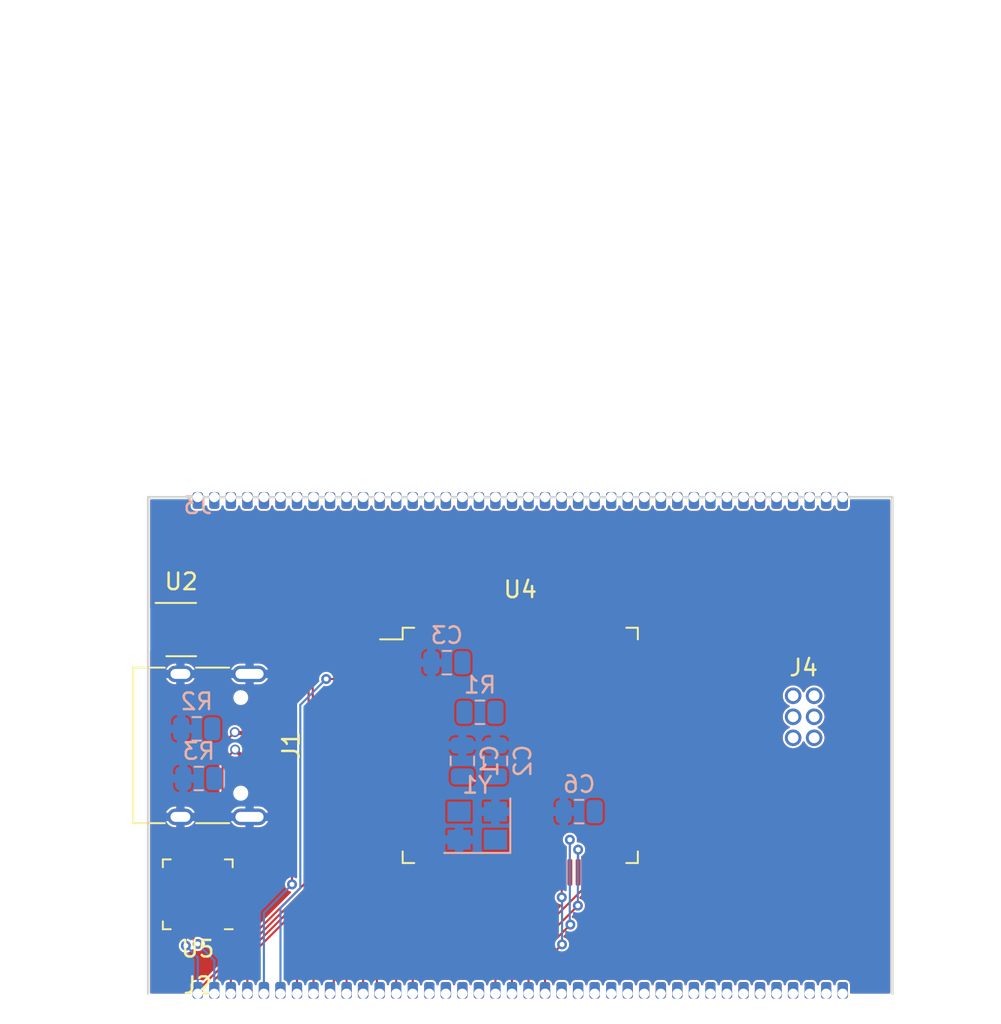
<source format=kicad_pcb>
(kicad_pcb (version 20200512) (host pcbnew "(5.99.0-1662-g9db296991)")
  (title_block (date "mar. 31 mars 2015"))
  (layers (0 "F.Cu" signal) (31 "B.Cu" signal) (34 "B.Paste" user) (35 "F.Paste" user) (36 "B.SilkS" user) (37 "F.SilkS" user) (38 "B.Mask" user) (39 "F.Mask" user) (44 "Edge.Cuts" user))
  (net 0 "")
  (net 1 "+5V")
  (net 2 "GNDREF")
  (net 3 "Net-(C1-Pad1)")
  (net 4 "Net-(C2-Pad1)")
  (net 5 "Net-(C3-Pad1)")
  (net 6 "Net-(C5-Pad1)")
  (net 7 "Net-(J1-PadA5)")
  (net 8 "Net-(J1-PadB5)")
  (net 9 "VBUS")
  (net 10 "Net-(U2-Pad4)")
  (net 11 "Net-(U2-Pad3)")
  (net 12 "Net-(U2-Pad2)")
  (net 13 "Net-(U4-Pad97)")
  (net 14 "Net-(U4-Pad96)")
  (net 15 "Net-(U4-Pad95)")
  (net 16 "Net-(U4-Pad94)")
  (net 17 "Net-(U4-Pad93)")
  (net 18 "Net-(U4-Pad92)")
  (net 19 "Net-(U4-Pad91)")
  (net 20 "Net-(U4-Pad90)")
  (net 21 "Net-(U4-Pad89)")
  (net 22 "Net-(U4-Pad88)")
  (net 23 "Net-(U4-Pad87)")
  (net 24 "Net-(U4-Pad86)")
  (net 25 "Net-(U4-Pad85)")
  (net 26 "Net-(U4-Pad84)")
  (net 27 "Net-(U4-Pad83)")
  (net 28 "Net-(U4-Pad82)")
  (net 29 "Net-(J1-PadB8)")
  (net 30 "Net-(J1-PadA8)")
  (net 31 "/D-")
  (net 32 "/D+")
  (net 33 "/RST")
  (net 34 "Net-(U5-Pad25)")
  (net 35 "Net-(U5-Pad24)")
  (net 36 "Net-(U5-Pad22)")
  (net 37 "Net-(U5-Pad19)")
  (net 38 "Net-(U5-Pad18)")
  (net 39 "Net-(U5-Pad17)")
  (net 40 "Net-(U5-Pad16)")
  (net 41 "Net-(U5-Pad15)")
  (net 42 "Net-(U5-Pad14)")
  (net 43 "Net-(U5-Pad13)")
  (net 44 "Net-(U5-Pad12)")
  (net 45 "Net-(U5-Pad11)")
  (net 46 "Net-(U5-Pad10)")
  (net 47 "Net-(U5-Pad9)")
  (net 48 "Net-(U5-Pad8)")
  (net 49 "Net-(U5-Pad7)")
  (net 50 "Net-(U5-Pad6)")
  (net 51 "Net-(U5-Pad5)")
  (net 52 "Net-(U5-Pad2)")
  (net 53 "Net-(U5-Pad1)")
  (net 54 "Net-(J3-Pad24)")
  (net 55 "Net-(J3-Pad23)")
  (net 56 "Net-(J3-Pad22)")
  (net 57 "Net-(J3-Pad21)")
  (net 58 "Net-(J3-Pad20)")
  (net 59 "Net-(J3-Pad19)")
  (net 60 "Net-(J3-Pad18)")
  (net 61 "Net-(J3-Pad17)")
  (net 62 "Net-(J3-Pad16)")
  (net 63 "Net-(J3-Pad15)")
  (net 64 "Net-(J4-Pad6)")
  (net 65 "Net-(J4-Pad5)")
  (net 66 "Net-(J4-Pad4)")
  (net 67 "Net-(J4-Pad3)")
  (net 68 "Net-(J4-Pad2)")
  (net 69 "Net-(J4-Pad1)")
  (net 70 "/D0")
  (net 71 "/D1")
  (net 72 "/D70")
  (net 73 "/D22")
  (net 74 "/D23")
  (net 75 "/D24")
  (net 76 "/D25")
  (net 77 "/D26")
  (net 78 "/D27")
  (net 79 "/D28")
  (net 80 "/D29")
  (net 81 "/D39")
  (net 82 "/D71")
  (net 83 "/D72")
  (net 84 "/D73")
  (net 85 "/D74")
  (net 86 "/D75")
  (net 87 "/D14")
  (net 88 "/D15")
  (net 89 "/D30")
  (net 90 "/D31")
  (net 91 "/D32")
  (net 92 "/D33")
  (net 93 "/D34")
  (net 94 "/D35")
  (net 95 "/D36")
  (net 96 "/D37")
  (net 97 "/D40")
  (net 98 "/D41")
  (net 99 "/D38")
  (net 100 "/D76")
  (net 101 "/D77")
  (net 102 "/D78")
  (net 103 "/D18")
  (net 104 "/D19")
  (net 105 "/D20")
  (net 106 "/D21")
  (net 107 "/D42")
  (net 108 "/D43")
  (net 109 "/D44")
  (net 110 "/D45")
  (net 111 "/D46")
  (net 112 "/D47")
  (net 113 "/D48")
  (net 114 "/D49")
  (net 115 "/D79")
  (net 116 "/D80")
  (net 117 "/D81")
  (net 118 "/D13")
  (net 119 "/D12")
  (net 120 "/D11")
  (net 121 "/D10")
  (net 122 "/D50")
  (net 123 "/D51")
  (net 124 "/D52")
  (net 125 "/D53")
  (net 126 "/D9")
  (net 127 "/D8")
  (net 128 "/D7")
  (net 129 "/D6")
  (net 130 "/D82")
  (net 131 "/D16")
  (net 132 "/D17")
  (net 133 "/D83")
  (net 134 "/D84")
  (net 135 "/D3")
  (net 136 "/D2")
  (net 137 "/D5")
  (net 138 "/D85")
  (net 139 "/D4")
  (module "Connector_USB:USB_C_Receptacle_HRO_TYPE-C-31-M-12" (layer "F.Cu") (at 15.54 27.53 -90)
    (fp_text reference "J1" (at 0 -5.645 -90) (layer "F.SilkS"))
    (fp_text value "USB_C_Receptacle_USB2.0")
    (pad "B1" smd rect (at 3.25 -4.045 270) (size 0.6 1.45) (layers "F.Cu" "F.Paste" "F.Mask") (net 2 "GNDREF"))
    (pad "A9" smd rect (at 2.45 -4.045 270) (size 0.6 1.45) (layers "F.Cu" "F.Paste" "F.Mask") (net 9 "VBUS"))
    (pad "B9" smd rect (at -2.45 -4.045 270) (size 0.6 1.45) (layers "F.Cu" "F.Paste" "F.Mask") (net 9 "VBUS"))
    (pad "B12" smd rect (at -3.25 -4.045 270) (size 0.6 1.45) (layers "F.Cu" "F.Paste" "F.Mask") (net 2 "GNDREF"))
    (pad "A1" smd rect (at -3.25 -4.045 270) (size 0.6 1.45) (layers "F.Cu" "F.Paste" "F.Mask") (net 2 "GNDREF"))
    (pad "A4" smd rect (at -2.45 -4.045 270) (size 0.6 1.45) (layers "F.Cu" "F.Paste" "F.Mask") (net 9 "VBUS"))
    (pad "B4" smd rect (at 2.45 -4.045 270) (size 0.6 1.45) (layers "F.Cu" "F.Paste" "F.Mask") (net 9 "VBUS"))
    (pad "A12" smd rect (at 3.25 -4.045 270) (size 0.6 1.45) (layers "F.Cu" "F.Paste" "F.Mask") (net 2 "GNDREF"))
    (pad "B8" smd rect (at -1.75 -4.045 270) (size 0.3 1.45) (layers "F.Cu" "F.Paste" "F.Mask") (net 29 "Net-(J1-PadB8)"))
    (pad "A5" smd rect (at -1.25 -4.045 270) (size 0.3 1.45) (layers "F.Cu" "F.Paste" "F.Mask") (net 7 "Net-(J1-PadA5)"))
    (pad "B7" smd rect (at -0.75 -4.045 270) (size 0.3 1.45) (layers "F.Cu" "F.Paste" "F.Mask") (net 31 "/D-"))
    (pad "A7" smd rect (at 0.25 -4.045 270) (size 0.3 1.45) (layers "F.Cu" "F.Paste" "F.Mask") (net 31 "/D-"))
    (pad "B6" smd rect (at 0.75 -4.045 270) (size 0.3 1.45) (layers "F.Cu" "F.Paste" "F.Mask") (net 32 "/D+"))
    (pad "A8" smd rect (at 1.25 -4.045 270) (size 0.3 1.45) (layers "F.Cu" "F.Paste" "F.Mask") (net 30 "Net-(J1-PadA8)"))
    (pad "B5" smd rect (at 1.75 -4.045 270) (size 0.3 1.45) (layers "F.Cu" "F.Paste" "F.Mask") (net 8 "Net-(J1-PadB5)"))
    (pad "A6" smd rect (at -0.25 -4.045 270) (size 0.3 1.45) (layers "F.Cu" "F.Paste" "F.Mask") (net 32 "/D+"))
    (pad "S1" thru_hole oval (at 4.32 -3.13 270) (size 1 2.1) (drill oval 0.6 1.7) (layers *.Cu *.Mask) (net 2 "GNDREF"))
    (pad "S1" thru_hole oval (at -4.32 -3.13 270) (size 1 2.1) (drill oval 0.6 1.7) (layers *.Cu *.Mask) (net 2 "GNDREF"))
    (pad "" np_thru_hole circle (at -2.89 -2.6 270) (size 0.65 0.65) (drill 0.65) (layers *.Cu *.Mask))
    (pad "S1" thru_hole oval (at -4.32 1.05 270) (size 1 1.6) (drill oval 0.6 1.2) (layers *.Cu *.Mask) (net 2 "GNDREF"))
    (pad "" np_thru_hole circle (at 2.89 -2.6 270) (size 0.65 0.65) (drill 0.65) (layers *.Cu *.Mask))
    (pad "S1" thru_hole oval (at 4.32 1.05 270) (size 1 1.6) (drill oval 0.6 1.2) (layers *.Cu *.Mask) (net 2 "GNDREF"))
  )
  (module "Castellations:1x40_1.0mm_Castellations" (layer "B.Cu") (at 15.54 12.53)
    (fp_text reference "J3" (at 0 0.5 unlocked) (layer "B.SilkS") (effects (justify mirror)))
    (fp_text value "Conn_02x20_Counter_Clockwise")
    (pad "40" thru_hole roundrect (at 39 0) (size 0.62 1) (drill 0.6 (offset 0 0.2)) (layers *.Cu *.Mask) (net 138 "/D85"))
    (pad "39" thru_hole roundrect (at 38 0) (size 0.62 1) (drill 0.6 (offset 0 0.2)) (layers *.Cu *.Mask) (net 134 "/D84"))
    (pad "38" thru_hole roundrect (at 37 0) (size 0.62 1) (drill 0.6 (offset 0 0.2)) (layers *.Cu *.Mask) (net 133 "/D83"))
    (pad "37" thru_hole roundrect (at 36 0) (size 0.62 1) (drill 0.6 (offset 0 0.2)) (layers *.Cu *.Mask) (net 130 "/D82"))
    (pad "36" thru_hole roundrect (at 35 0) (size 0.62 1) (drill 0.6 (offset 0 0.2)) (layers *.Cu *.Mask) (net 117 "/D81"))
    (pad "35" thru_hole roundrect (at 34 0) (size 0.62 1) (drill 0.6 (offset 0 0.2)) (layers *.Cu *.Mask) (net 116 "/D80"))
    (pad "34" thru_hole roundrect (at 33 0) (size 0.62 1) (drill 0.6 (offset 0 0.2)) (layers *.Cu *.Mask) (net 115 "/D79"))
    (pad "33" thru_hole roundrect (at 32 0) (size 0.62 1) (drill 0.6 (offset 0 0.2)) (layers *.Cu *.Mask) (net 102 "/D78"))
    (pad "32" thru_hole roundrect (at 31 0) (size 0.62 1) (drill 0.6 (offset 0 0.2)) (layers *.Cu *.Mask) (net 101 "/D77"))
    (pad "31" thru_hole roundrect (at 30 0) (size 0.62 1) (drill 0.6 (offset 0 0.2)) (layers *.Cu *.Mask) (net 100 "/D76"))
    (pad "30" thru_hole roundrect (at 29 0) (size 0.62 1) (drill 0.6 (offset 0 0.2)) (layers *.Cu *.Mask) (net 86 "/D75"))
    (pad "29" thru_hole roundrect (at 28 0) (size 0.62 1) (drill 0.6 (offset 0 0.2)) (layers *.Cu *.Mask) (net 85 "/D74"))
    (pad "28" thru_hole roundrect (at 27 0) (size 0.62 1) (drill 0.6 (offset 0 0.2)) (layers *.Cu *.Mask) (net 84 "/D73"))
    (pad "27" thru_hole roundrect (at 26 0) (size 0.62 1) (drill 0.6 (offset 0 0.2)) (layers *.Cu *.Mask) (net 83 "/D72"))
    (pad "26" thru_hole roundrect (at 25 0) (size 0.62 1) (drill 0.6 (offset 0 0.2)) (layers *.Cu *.Mask) (net 82 "/D71"))
    (pad "25" thru_hole roundrect (at 24 0) (size 0.62 1) (drill 0.6 (offset 0 0.2)) (layers *.Cu *.Mask) (net 72 "/D70"))
    (pad "24" thru_hole roundrect (at 23 0) (size 0.62 1) (drill 0.6 (offset 0 0.2)) (layers *.Cu *.Mask) (net 54 "Net-(J3-Pad24)"))
    (pad "23" thru_hole roundrect (at 22 0) (size 0.62 1) (drill 0.6 (offset 0 0.2)) (layers *.Cu *.Mask) (net 55 "Net-(J3-Pad23)"))
    (pad "22" thru_hole roundrect (at 21 0) (size 0.62 1) (drill 0.6 (offset 0 0.2)) (layers *.Cu *.Mask) (net 56 "Net-(J3-Pad22)"))
    (pad "21" thru_hole roundrect (at 20 0) (size 0.62 1) (drill 0.6 (offset 0 0.2)) (layers *.Cu *.Mask) (net 57 "Net-(J3-Pad21)"))
    (pad "20" thru_hole roundrect (at 19 0) (size 0.62 1) (drill 0.6 (offset 0 0.2)) (layers *.Cu *.Mask) (net 58 "Net-(J3-Pad20)"))
    (pad "19" thru_hole roundrect (at 18 0) (size 0.62 1) (drill 0.6 (offset 0 0.2)) (layers *.Cu *.Mask) (net 59 "Net-(J3-Pad19)"))
    (pad "18" thru_hole roundrect (at 17 0) (size 0.62 1) (drill 0.6 (offset 0 0.2)) (layers *.Cu *.Mask) (net 60 "Net-(J3-Pad18)"))
    (pad "17" thru_hole roundrect (at 16 0) (size 0.62 1) (drill 0.6 (offset 0 0.2)) (layers *.Cu *.Mask) (net 61 "Net-(J3-Pad17)"))
    (pad "16" thru_hole roundrect (at 15 0) (size 0.62 1) (drill 0.6 (offset 0 0.2)) (layers *.Cu *.Mask) (net 62 "Net-(J3-Pad16)"))
    (pad "15" thru_hole roundrect (at 14 0) (size 0.62 1) (drill 0.6 (offset 0 0.2)) (layers *.Cu *.Mask) (net 63 "Net-(J3-Pad15)"))
    (pad "14" thru_hole roundrect (at 13 0) (size 0.62 1) (drill 0.6 (offset 0 0.2)) (layers *.Cu *.Mask) (net 125 "/D53"))
    (pad "13" thru_hole roundrect (at 12 0) (size 0.62 1) (drill 0.6 (offset 0 0.2)) (layers *.Cu *.Mask) (net 124 "/D52"))
    (pad "12" thru_hole roundrect (at 11 0) (size 0.62 1) (drill 0.6 (offset 0 0.2)) (layers *.Cu *.Mask) (net 123 "/D51"))
    (pad "11" thru_hole roundrect (at 10 0) (size 0.62 1) (drill 0.6 (offset 0 0.2)) (layers *.Cu *.Mask) (net 122 "/D50"))
    (pad "10" thru_hole roundrect (at 9 0) (size 0.62 1) (drill 0.6 (offset 0 0.2)) (layers *.Cu *.Mask) (net 114 "/D49"))
    (pad "9" thru_hole roundrect (at 8 0) (size 0.62 1) (drill 0.6 (offset 0 0.2)) (layers *.Cu *.Mask) (net 113 "/D48"))
    (pad "8" thru_hole roundrect (at 7 0) (size 0.62 1) (drill 0.6 (offset 0 0.2)) (layers *.Cu *.Mask) (net 112 "/D47"))
    (pad "7" thru_hole roundrect (at 6 0) (size 0.62 1) (drill 0.6 (offset 0 0.2)) (layers *.Cu *.Mask) (net 111 "/D46"))
    (pad "6" thru_hole roundrect (at 5 0) (size 0.62 1) (drill 0.6 (offset 0 0.2)) (layers *.Cu *.Mask) (net 110 "/D45"))
    (pad "5" thru_hole roundrect (at 4 0) (size 0.62 1) (drill 0.6 (offset 0 0.2)) (layers *.Cu *.Mask) (net 109 "/D44"))
    (pad "4" thru_hole roundrect (at 3 0) (size 0.62 1) (drill 0.6 (offset 0 0.2)) (layers *.Cu *.Mask) (net 108 "/D43"))
    (pad "3" thru_hole roundrect (at 2 0) (size 0.62 1) (drill 0.6 (offset 0 0.2)) (layers *.Cu *.Mask) (net 107 "/D42"))
    (pad "2" thru_hole roundrect (at 1 0) (size 0.62 1) (drill 0.6 (offset 0 0.2)) (layers *.Cu *.Mask) (net 98 "/D41"))
    (pad "1" thru_hole roundrect (at 0 0) (size 0.62 1) (drill 0.6 (offset 0 0.2)) (layers *.Cu *.Mask) (net 97 "/D40"))
  )
  (module "Castellations:1x40_1.0mm_Castellations" (layer "F.Cu") (at 15.54 42.53)
    (fp_text reference "J2" (at 0 -0.5 unlocked) (layer "F.SilkS"))
    (fp_text value "Conn_02x20_Counter_Clockwise")
    (pad "40" thru_hole roundrect (at 39 0) (size 0.62 1) (drill 0.6 (offset 0 -0.2)) (layers *.Cu *.Mask) (net 81 "/D39"))
    (pad "39" thru_hole roundrect (at 38 0) (size 0.62 1) (drill 0.6 (offset 0 -0.2)) (layers *.Cu *.Mask) (net 99 "/D38"))
    (pad "38" thru_hole roundrect (at 37 0) (size 0.62 1) (drill 0.6 (offset 0 -0.2)) (layers *.Cu *.Mask) (net 96 "/D37"))
    (pad "37" thru_hole roundrect (at 36 0) (size 0.62 1) (drill 0.6 (offset 0 -0.2)) (layers *.Cu *.Mask) (net 95 "/D36"))
    (pad "36" thru_hole roundrect (at 35 0) (size 0.62 1) (drill 0.6 (offset 0 -0.2)) (layers *.Cu *.Mask) (net 94 "/D35"))
    (pad "35" thru_hole roundrect (at 34 0) (size 0.62 1) (drill 0.6 (offset 0 -0.2)) (layers *.Cu *.Mask) (net 93 "/D34"))
    (pad "34" thru_hole roundrect (at 33 0) (size 0.62 1) (drill 0.6 (offset 0 -0.2)) (layers *.Cu *.Mask) (net 92 "/D33"))
    (pad "33" thru_hole roundrect (at 32 0) (size 0.62 1) (drill 0.6 (offset 0 -0.2)) (layers *.Cu *.Mask) (net 91 "/D32"))
    (pad "32" thru_hole roundrect (at 31 0) (size 0.62 1) (drill 0.6 (offset 0 -0.2)) (layers *.Cu *.Mask) (net 90 "/D31"))
    (pad "31" thru_hole roundrect (at 30 0) (size 0.62 1) (drill 0.6 (offset 0 -0.2)) (layers *.Cu *.Mask) (net 89 "/D30"))
    (pad "30" thru_hole roundrect (at 29 0) (size 0.62 1) (drill 0.6 (offset 0 -0.2)) (layers *.Cu *.Mask) (net 80 "/D29"))
    (pad "29" thru_hole roundrect (at 28 0) (size 0.62 1) (drill 0.6 (offset 0 -0.2)) (layers *.Cu *.Mask) (net 79 "/D28"))
    (pad "28" thru_hole roundrect (at 27 0) (size 0.62 1) (drill 0.6 (offset 0 -0.2)) (layers *.Cu *.Mask) (net 78 "/D27"))
    (pad "27" thru_hole roundrect (at 26 0) (size 0.62 1) (drill 0.6 (offset 0 -0.2)) (layers *.Cu *.Mask) (net 77 "/D26"))
    (pad "26" thru_hole roundrect (at 25 0) (size 0.62 1) (drill 0.6 (offset 0 -0.2)) (layers *.Cu *.Mask) (net 76 "/D25"))
    (pad "25" thru_hole roundrect (at 24 0) (size 0.62 1) (drill 0.6 (offset 0 -0.2)) (layers *.Cu *.Mask) (net 75 "/D24"))
    (pad "24" thru_hole roundrect (at 23 0) (size 0.62 1) (drill 0.6 (offset 0 -0.2)) (layers *.Cu *.Mask) (net 74 "/D23"))
    (pad "23" thru_hole roundrect (at 22 0) (size 0.62 1) (drill 0.6 (offset 0 -0.2)) (layers *.Cu *.Mask) (net 73 "/D22"))
    (pad "22" thru_hole roundrect (at 21 0) (size 0.62 1) (drill 0.6 (offset 0 -0.2)) (layers *.Cu *.Mask) (net 106 "/D21"))
    (pad "21" thru_hole roundrect (at 20 0) (size 0.62 1) (drill 0.6 (offset 0 -0.2)) (layers *.Cu *.Mask) (net 105 "/D20"))
    (pad "20" thru_hole roundrect (at 19 0) (size 0.62 1) (drill 0.6 (offset 0 -0.2)) (layers *.Cu *.Mask) (net 104 "/D19"))
    (pad "19" thru_hole roundrect (at 18 0) (size 0.62 1) (drill 0.6 (offset 0 -0.2)) (layers *.Cu *.Mask) (net 103 "/D18"))
    (pad "18" thru_hole roundrect (at 17 0) (size 0.62 1) (drill 0.6 (offset 0 -0.2)) (layers *.Cu *.Mask) (net 132 "/D17"))
    (pad "17" thru_hole roundrect (at 16 0) (size 0.62 1) (drill 0.6 (offset 0 -0.2)) (layers *.Cu *.Mask) (net 131 "/D16"))
    (pad "16" thru_hole roundrect (at 15 0) (size 0.62 1) (drill 0.6 (offset 0 -0.2)) (layers *.Cu *.Mask) (net 88 "/D15"))
    (pad "15" thru_hole roundrect (at 14 0) (size 0.62 1) (drill 0.6 (offset 0 -0.2)) (layers *.Cu *.Mask) (net 87 "/D14"))
    (pad "14" thru_hole roundrect (at 13 0) (size 0.62 1) (drill 0.6 (offset 0 -0.2)) (layers *.Cu *.Mask) (net 118 "/D13"))
    (pad "13" thru_hole roundrect (at 12 0) (size 0.62 1) (drill 0.6 (offset 0 -0.2)) (layers *.Cu *.Mask) (net 119 "/D12"))
    (pad "12" thru_hole roundrect (at 11 0) (size 0.62 1) (drill 0.6 (offset 0 -0.2)) (layers *.Cu *.Mask) (net 120 "/D11"))
    (pad "11" thru_hole roundrect (at 10 0) (size 0.62 1) (drill 0.6 (offset 0 -0.2)) (layers *.Cu *.Mask) (net 121 "/D10"))
    (pad "10" thru_hole roundrect (at 9 0) (size 0.62 1) (drill 0.6 (offset 0 -0.2)) (layers *.Cu *.Mask) (net 126 "/D9"))
    (pad "9" thru_hole roundrect (at 8 0) (size 0.62 1) (drill 0.6 (offset 0 -0.2)) (layers *.Cu *.Mask) (net 127 "/D8"))
    (pad "8" thru_hole roundrect (at 7 0) (size 0.62 1) (drill 0.6 (offset 0 -0.2)) (layers *.Cu *.Mask) (net 128 "/D7"))
    (pad "7" thru_hole roundrect (at 6 0) (size 0.62 1) (drill 0.6 (offset 0 -0.2)) (layers *.Cu *.Mask) (net 129 "/D6"))
    (pad "6" thru_hole roundrect (at 5 0) (size 0.62 1) (drill 0.6 (offset 0 -0.2)) (layers *.Cu *.Mask) (net 137 "/D5"))
    (pad "5" thru_hole roundrect (at 4 0) (size 0.62 1) (drill 0.6 (offset 0 -0.2)) (layers *.Cu *.Mask) (net 139 "/D4"))
    (pad "4" thru_hole roundrect (at 3 0) (size 0.62 1) (drill 0.6 (offset 0 -0.2)) (layers *.Cu *.Mask) (net 135 "/D3"))
    (pad "3" thru_hole roundrect (at 2 0) (size 0.62 1) (drill 0.6 (offset 0 -0.2)) (layers *.Cu *.Mask) (net 136 "/D2"))
    (pad "2" thru_hole roundrect (at 1 0) (size 0.62 1) (drill 0.6 (offset 0 -0.2)) (layers *.Cu *.Mask) (net 71 "/D1"))
    (pad "1" thru_hole roundrect (at 0 0) (size 0.62 1) (drill 0.6 (offset 0 -0.2)) (layers *.Cu *.Mask) (net 70 "/D0"))
  )
  (module "Custom_Vertical_2x_1.27mm_Pin_Header:PinHeader_2x03_P1.27mm_Vertical" (layer "F.Cu") (at 51.54 24.53)
    (fp_text reference "J4" (at 0.635 -1.695) (layer "F.SilkS"))
    (fp_text value "Conn_02x03_Counter_Clockwise")
    (pad "6" thru_hole oval (at 1.27 2.54) (size 1 1) (drill 0.65) (layers *.Cu *.Mask) (net 64 "Net-(J4-Pad6)"))
    (pad "5" thru_hole oval (at 0 2.54) (size 1 1) (drill 0.65) (layers *.Cu *.Mask) (net 65 "Net-(J4-Pad5)"))
    (pad "4" thru_hole oval (at 1.27 1.27) (size 1 1) (drill 0.65) (layers *.Cu *.Mask) (net 66 "Net-(J4-Pad4)"))
    (pad "3" thru_hole oval (at 0 1.27) (size 1 1) (drill 0.65) (layers *.Cu *.Mask) (net 67 "Net-(J4-Pad3)"))
    (pad "2" thru_hole oval (at 1.27 0) (size 1 1) (drill 0.65) (layers *.Cu *.Mask) (net 68 "Net-(J4-Pad2)"))
    (pad "1" thru_hole oval (at 0 0) (size 1 1) (drill 0.65) (layers *.Cu *.Mask) (net 69 "Net-(J4-Pad1)"))
  )
  (module "Package_QFP:LQFP-100_14x14mm_P0.5mm" (layer "F.Cu") (at 35.04 27.53)
    (fp_text reference "U4" (at 0 -9.42) (layer "F.SilkS"))
    (fp_text value "AtMega2560")
    (pad "100" smd roundrect (at -6 -7.675) (size 0.3 1.6) (layers "F.Cu" "F.Paste" "F.Mask") (net 1 "+5V"))
    (pad "99" smd roundrect (at -5.5 -7.675) (size 0.3 1.6) (layers "F.Cu" "F.Paste" "F.Mask") (net 2 "GNDREF"))
    (pad "98" smd roundrect (at -5 -7.675) (size 0.3 1.6) (layers "F.Cu" "F.Paste" "F.Mask") (net 5 "Net-(C3-Pad1)"))
    (pad "97" smd roundrect (at -4.5 -7.675) (size 0.3 1.6) (layers "F.Cu" "F.Paste" "F.Mask") (net 13 "Net-(U4-Pad97)"))
    (pad "96" smd roundrect (at -4 -7.675) (size 0.3 1.6) (layers "F.Cu" "F.Paste" "F.Mask") (net 14 "Net-(U4-Pad96)"))
    (pad "95" smd roundrect (at -3.5 -7.675) (size 0.3 1.6) (layers "F.Cu" "F.Paste" "F.Mask") (net 15 "Net-(U4-Pad95)"))
    (pad "94" smd roundrect (at -3 -7.675) (size 0.3 1.6) (layers "F.Cu" "F.Paste" "F.Mask") (net 16 "Net-(U4-Pad94)"))
    (pad "93" smd roundrect (at -2.5 -7.675) (size 0.3 1.6) (layers "F.Cu" "F.Paste" "F.Mask") (net 17 "Net-(U4-Pad93)"))
    (pad "92" smd roundrect (at -2 -7.675) (size 0.3 1.6) (layers "F.Cu" "F.Paste" "F.Mask") (net 18 "Net-(U4-Pad92)"))
    (pad "91" smd roundrect (at -1.5 -7.675) (size 0.3 1.6) (layers "F.Cu" "F.Paste" "F.Mask") (net 19 "Net-(U4-Pad91)"))
    (pad "90" smd roundrect (at -1 -7.675) (size 0.3 1.6) (layers "F.Cu" "F.Paste" "F.Mask") (net 20 "Net-(U4-Pad90)"))
    (pad "89" smd roundrect (at -0.5 -7.675) (size 0.3 1.6) (layers "F.Cu" "F.Paste" "F.Mask") (net 21 "Net-(U4-Pad89)"))
    (pad "88" smd roundrect (at 0 -7.675) (size 0.3 1.6) (layers "F.Cu" "F.Paste" "F.Mask") (net 22 "Net-(U4-Pad88)"))
    (pad "87" smd roundrect (at 0.5 -7.675) (size 0.3 1.6) (layers "F.Cu" "F.Paste" "F.Mask") (net 23 "Net-(U4-Pad87)"))
    (pad "86" smd roundrect (at 1 -7.675) (size 0.3 1.6) (layers "F.Cu" "F.Paste" "F.Mask") (net 24 "Net-(U4-Pad86)"))
    (pad "85" smd roundrect (at 1.5 -7.675) (size 0.3 1.6) (layers "F.Cu" "F.Paste" "F.Mask") (net 25 "Net-(U4-Pad85)"))
    (pad "84" smd roundrect (at 2 -7.675) (size 0.3 1.6) (layers "F.Cu" "F.Paste" "F.Mask") (net 26 "Net-(U4-Pad84)"))
    (pad "83" smd roundrect (at 2.5 -7.675) (size 0.3 1.6) (layers "F.Cu" "F.Paste" "F.Mask") (net 27 "Net-(U4-Pad83)"))
    (pad "82" smd roundrect (at 3 -7.675) (size 0.3 1.6) (layers "F.Cu" "F.Paste" "F.Mask") (net 28 "Net-(U4-Pad82)"))
    (pad "81" smd roundrect (at 3.5 -7.675) (size 0.3 1.6) (layers "F.Cu" "F.Paste" "F.Mask") (net 2 "GNDREF"))
    (pad "80" smd roundrect (at 4 -7.675) (size 0.3 1.6) (layers "F.Cu" "F.Paste" "F.Mask") (net 1 "+5V"))
    (pad "79" smd roundrect (at 4.5 -7.675) (size 0.3 1.6) (layers "F.Cu" "F.Paste" "F.Mask") (net 72 "/D70"))
    (pad "78" smd roundrect (at 5 -7.675) (size 0.3 1.6) (layers "F.Cu" "F.Paste" "F.Mask") (net 73 "/D22"))
    (pad "77" smd roundrect (at 5.5 -7.675) (size 0.3 1.6) (layers "F.Cu" "F.Paste" "F.Mask") (net 74 "/D23"))
    (pad "76" smd roundrect (at 6 -7.675) (size 0.3 1.6) (layers "F.Cu" "F.Paste" "F.Mask") (net 75 "/D24"))
    (pad "75" smd roundrect (at 7.675 -6) (size 1.6 0.3) (layers "F.Cu" "F.Paste" "F.Mask") (net 76 "/D25"))
    (pad "74" smd roundrect (at 7.675 -5.5) (size 1.6 0.3) (layers "F.Cu" "F.Paste" "F.Mask") (net 77 "/D26"))
    (pad "73" smd roundrect (at 7.675 -5) (size 1.6 0.3) (layers "F.Cu" "F.Paste" "F.Mask") (net 78 "/D27"))
    (pad "72" smd roundrect (at 7.675 -4.5) (size 1.6 0.3) (layers "F.Cu" "F.Paste" "F.Mask") (net 79 "/D28"))
    (pad "71" smd roundrect (at 7.675 -4) (size 1.6 0.3) (layers "F.Cu" "F.Paste" "F.Mask") (net 80 "/D29"))
    (pad "70" smd roundrect (at 7.675 -3.5) (size 1.6 0.3) (layers "F.Cu" "F.Paste" "F.Mask") (net 81 "/D39"))
    (pad "69" smd roundrect (at 7.675 -3) (size 1.6 0.3) (layers "F.Cu" "F.Paste" "F.Mask") (net 82 "/D71"))
    (pad "68" smd roundrect (at 7.675 -2.5) (size 1.6 0.3) (layers "F.Cu" "F.Paste" "F.Mask") (net 83 "/D72"))
    (pad "67" smd roundrect (at 7.675 -2) (size 1.6 0.3) (layers "F.Cu" "F.Paste" "F.Mask") (net 84 "/D73"))
    (pad "66" smd roundrect (at 7.675 -1.5) (size 1.6 0.3) (layers "F.Cu" "F.Paste" "F.Mask") (net 85 "/D74"))
    (pad "65" smd roundrect (at 7.675 -1) (size 1.6 0.3) (layers "F.Cu" "F.Paste" "F.Mask") (net 86 "/D75"))
    (pad "64" smd roundrect (at 7.675 -0.5) (size 1.6 0.3) (layers "F.Cu" "F.Paste" "F.Mask") (net 87 "/D14"))
    (pad "63" smd roundrect (at 7.675 0) (size 1.6 0.3) (layers "F.Cu" "F.Paste" "F.Mask") (net 88 "/D15"))
    (pad "62" smd roundrect (at 7.675 0.5) (size 1.6 0.3) (layers "F.Cu" "F.Paste" "F.Mask") (net 2 "GNDREF"))
    (pad "61" smd roundrect (at 7.675 1) (size 1.6 0.3) (layers "F.Cu" "F.Paste" "F.Mask") (net 1 "+5V"))
    (pad "60" smd roundrect (at 7.675 1.5) (size 1.6 0.3) (layers "F.Cu" "F.Paste" "F.Mask") (net 89 "/D30"))
    (pad "59" smd roundrect (at 7.675 2) (size 1.6 0.3) (layers "F.Cu" "F.Paste" "F.Mask") (net 90 "/D31"))
    (pad "58" smd roundrect (at 7.675 2.5) (size 1.6 0.3) (layers "F.Cu" "F.Paste" "F.Mask") (net 91 "/D32"))
    (pad "57" smd roundrect (at 7.675 3) (size 1.6 0.3) (layers "F.Cu" "F.Paste" "F.Mask") (net 92 "/D33"))
    (pad "56" smd roundrect (at 7.675 3.5) (size 1.6 0.3) (layers "F.Cu" "F.Paste" "F.Mask") (net 93 "/D34"))
    (pad "55" smd roundrect (at 7.675 4) (size 1.6 0.3) (layers "F.Cu" "F.Paste" "F.Mask") (net 94 "/D35"))
    (pad "54" smd roundrect (at 7.675 4.5) (size 1.6 0.3) (layers "F.Cu" "F.Paste" "F.Mask") (net 95 "/D36"))
    (pad "53" smd roundrect (at 7.675 5) (size 1.6 0.3) (layers "F.Cu" "F.Paste" "F.Mask") (net 96 "/D37"))
    (pad "52" smd roundrect (at 7.675 5.5) (size 1.6 0.3) (layers "F.Cu" "F.Paste" "F.Mask") (net 97 "/D40"))
    (pad "51" smd roundrect (at 7.675 6) (size 1.6 0.3) (layers "F.Cu" "F.Paste" "F.Mask") (net 98 "/D41"))
    (pad "50" smd roundrect (at 6 7.675) (size 0.3 1.6) (layers "F.Cu" "F.Paste" "F.Mask") (net 99 "/D38"))
    (pad "49" smd roundrect (at 5.5 7.675) (size 0.3 1.6) (layers "F.Cu" "F.Paste" "F.Mask") (net 100 "/D76"))
    (pad "48" smd roundrect (at 5 7.675) (size 0.3 1.6) (layers "F.Cu" "F.Paste" "F.Mask") (net 101 "/D77"))
    (pad "47" smd roundrect (at 4.5 7.675) (size 0.3 1.6) (layers "F.Cu" "F.Paste" "F.Mask") (net 102 "/D78"))
    (pad "46" smd roundrect (at 4 7.675) (size 0.3 1.6) (layers "F.Cu" "F.Paste" "F.Mask") (net 103 "/D18"))
    (pad "45" smd roundrect (at 3.5 7.675) (size 0.3 1.6) (layers "F.Cu" "F.Paste" "F.Mask") (net 104 "/D19"))
    (pad "44" smd roundrect (at 3 7.675) (size 0.3 1.6) (layers "F.Cu" "F.Paste" "F.Mask") (net 105 "/D20"))
    (pad "43" smd roundrect (at 2.5 7.675) (size 0.3 1.6) (layers "F.Cu" "F.Paste" "F.Mask") (net 106 "/D21"))
    (pad "42" smd roundrect (at 2 7.675) (size 0.3 1.6) (layers "F.Cu" "F.Paste" "F.Mask") (net 107 "/D42"))
    (pad "41" smd roundrect (at 1.5 7.675) (size 0.3 1.6) (layers "F.Cu" "F.Paste" "F.Mask") (net 108 "/D43"))
    (pad "40" smd roundrect (at 1 7.675) (size 0.3 1.6) (layers "F.Cu" "F.Paste" "F.Mask") (net 109 "/D44"))
    (pad "39" smd roundrect (at 0.5 7.675) (size 0.3 1.6) (layers "F.Cu" "F.Paste" "F.Mask") (net 110 "/D45"))
    (pad "38" smd roundrect (at 0 7.675) (size 0.3 1.6) (layers "F.Cu" "F.Paste" "F.Mask") (net 111 "/D46"))
    (pad "37" smd roundrect (at -0.5 7.675) (size 0.3 1.6) (layers "F.Cu" "F.Paste" "F.Mask") (net 112 "/D47"))
    (pad "36" smd roundrect (at -1 7.675) (size 0.3 1.6) (layers "F.Cu" "F.Paste" "F.Mask") (net 113 "/D48"))
    (pad "35" smd roundrect (at -1.5 7.675) (size 0.3 1.6) (layers "F.Cu" "F.Paste" "F.Mask") (net 114 "/D49"))
    (pad "34" smd roundrect (at -2 7.675) (size 0.3 1.6) (layers "F.Cu" "F.Paste" "F.Mask") (net 3 "Net-(C1-Pad1)"))
    (pad "33" smd roundrect (at -2.5 7.675) (size 0.3 1.6) (layers "F.Cu" "F.Paste" "F.Mask") (net 4 "Net-(C2-Pad1)"))
    (pad "32" smd roundrect (at -3 7.675) (size 0.3 1.6) (layers "F.Cu" "F.Paste" "F.Mask") (net 2 "GNDREF"))
    (pad "31" smd roundrect (at -3.5 7.675) (size 0.3 1.6) (layers "F.Cu" "F.Paste" "F.Mask") (net 1 "+5V"))
    (pad "30" smd roundrect (at -4 7.675) (size 0.3 1.6) (layers "F.Cu" "F.Paste" "F.Mask") (net 33 "/RST"))
    (pad "29" smd roundrect (at -4.5 7.675) (size 0.3 1.6) (layers "F.Cu" "F.Paste" "F.Mask") (net 115 "/D79"))
    (pad "28" smd roundrect (at -5 7.675) (size 0.3 1.6) (layers "F.Cu" "F.Paste" "F.Mask") (net 116 "/D80"))
    (pad "27" smd roundrect (at -5.5 7.675) (size 0.3 1.6) (layers "F.Cu" "F.Paste" "F.Mask") (net 117 "/D81"))
    (pad "26" smd roundrect (at -6 7.675) (size 0.3 1.6) (layers "F.Cu" "F.Paste" "F.Mask") (net 118 "/D13"))
    (pad "25" smd roundrect (at -7.675 6) (size 1.6 0.3) (layers "F.Cu" "F.Paste" "F.Mask") (net 119 "/D12"))
    (pad "24" smd roundrect (at -7.675 5.5) (size 1.6 0.3) (layers "F.Cu" "F.Paste" "F.Mask") (net 120 "/D11"))
    (pad "23" smd roundrect (at -7.675 5) (size 1.6 0.3) (layers "F.Cu" "F.Paste" "F.Mask") (net 121 "/D10"))
    (pad "22" smd roundrect (at -7.675 4.5) (size 1.6 0.3) (layers "F.Cu" "F.Paste" "F.Mask") (net 122 "/D50"))
    (pad "21" smd roundrect (at -7.675 4) (size 1.6 0.3) (layers "F.Cu" "F.Paste" "F.Mask") (net 123 "/D51"))
    (pad "20" smd roundrect (at -7.675 3.5) (size 1.6 0.3) (layers "F.Cu" "F.Paste" "F.Mask") (net 124 "/D52"))
    (pad "19" smd roundrect (at -7.675 3) (size 1.6 0.3) (layers "F.Cu" "F.Paste" "F.Mask") (net 125 "/D53"))
    (pad "18" smd roundrect (at -7.675 2.5) (size 1.6 0.3) (layers "F.Cu" "F.Paste" "F.Mask") (net 126 "/D9"))
    (pad "17" smd roundrect (at -7.675 2) (size 1.6 0.3) (layers "F.Cu" "F.Paste" "F.Mask") (net 127 "/D8"))
    (pad "16" smd roundrect (at -7.675 1.5) (size 1.6 0.3) (layers "F.Cu" "F.Paste" "F.Mask") (net 128 "/D7"))
    (pad "15" smd roundrect (at -7.675 1) (size 1.6 0.3) (layers "F.Cu" "F.Paste" "F.Mask") (net 129 "/D6"))
    (pad "14" smd roundrect (at -7.675 0.5) (size 1.6 0.3) (layers "F.Cu" "F.Paste" "F.Mask") (net 130 "/D82"))
    (pad "13" smd roundrect (at -7.675 0) (size 1.6 0.3) (layers "F.Cu" "F.Paste" "F.Mask") (net 131 "/D16"))
    (pad "12" smd roundrect (at -7.675 -0.5) (size 1.6 0.3) (layers "F.Cu" "F.Paste" "F.Mask") (net 132 "/D17"))
    (pad "11" smd roundrect (at -7.675 -1) (size 1.6 0.3) (layers "F.Cu" "F.Paste" "F.Mask") (net 2 "GNDREF"))
    (pad "10" smd roundrect (at -7.675 -1.5) (size 1.6 0.3) (layers "F.Cu" "F.Paste" "F.Mask") (net 1 "+5V"))
    (pad "9" smd roundrect (at -7.675 -2) (size 1.6 0.3) (layers "F.Cu" "F.Paste" "F.Mask") (net 133 "/D83"))
    (pad "8" smd roundrect (at -7.675 -2.5) (size 1.6 0.3) (layers "F.Cu" "F.Paste" "F.Mask") (net 134 "/D84"))
    (pad "7" smd roundrect (at -7.675 -3) (size 1.6 0.3) (layers "F.Cu" "F.Paste" "F.Mask") (net 135 "/D3"))
    (pad "6" smd roundrect (at -7.675 -3.5) (size 1.6 0.3) (layers "F.Cu" "F.Paste" "F.Mask") (net 136 "/D2"))
    (pad "5" smd roundrect (at -7.675 -4) (size 1.6 0.3) (layers "F.Cu" "F.Paste" "F.Mask") (net 137 "/D5"))
    (pad "4" smd roundrect (at -7.675 -4.5) (size 1.6 0.3) (layers "F.Cu" "F.Paste" "F.Mask") (net 138 "/D85"))
    (pad "3" smd roundrect (at -7.675 -5) (size 1.6 0.3) (layers "F.Cu" "F.Paste" "F.Mask") (net 71 "/D1"))
    (pad "2" smd roundrect (at -7.675 -5.5) (size 1.6 0.3) (layers "F.Cu" "F.Paste" "F.Mask") (net 70 "/D0"))
    (pad "1" smd roundrect (at -7.675 -6) (size 1.6 0.3) (layers "F.Cu" "F.Paste" "F.Mask") (net 139 "/D4"))
  )
  (module "Crystal:Crystal_SMD_3225-4Pin_3.2x2.5mm" (layer "B.Cu") (at 32.44 32.38 180)
    (fp_text reference "Y1" (at 0 2.45) (layer "B.SilkS") (effects (justify mirror)))
    (fp_text value "16MHz")
    (pad "4" smd rect (at -1.1 0.85 180) (size 1.4 1.2) (layers "B.Cu" "B.Paste" "B.Mask") (net 2 "GNDREF"))
    (pad "3" smd rect (at 1.1 0.85 180) (size 1.4 1.2) (layers "B.Cu" "B.Paste" "B.Mask") (net 3 "Net-(C1-Pad1)"))
    (pad "2" smd rect (at 1.1 -0.85 180) (size 1.4 1.2) (layers "B.Cu" "B.Paste" "B.Mask") (net 2 "GNDREF"))
    (pad "1" smd rect (at -1.1 -0.85 180) (size 1.4 1.2) (layers "B.Cu" "B.Paste" "B.Mask") (net 4 "Net-(C2-Pad1)"))
  )
  (module "Package_DFN_QFN:QFN-24-1EP_4x4mm_P0.5mm_EP2.6x2.6mm" (layer "F.Cu") (at 15.54 36.53 180)
    (fp_text reference "U5" (at 0 -3.3) (layer "F.SilkS"))
    (fp_text value "CP2104")
    (pad "25" smd rect (at 0 0 180) (size 2.6 2.6) (layers "F.Cu" "F.Mask") (net 34 "Net-(U5-Pad25)"))
    (pad "24" smd roundrect (at -1.25 -1.9375 180) (size 0.25 0.825) (layers "F.Cu" "F.Paste" "F.Mask") (net 35 "Net-(U5-Pad24)"))
    (pad "23" smd roundrect (at -0.75 -1.9375 180) (size 0.25 0.825) (layers "F.Cu" "F.Paste" "F.Mask") (net 33 "/RST"))
    (pad "22" smd roundrect (at -0.25 -1.9375 180) (size 0.25 0.825) (layers "F.Cu" "F.Paste" "F.Mask") (net 36 "Net-(U5-Pad22)"))
    (pad "21" smd roundrect (at 0.25 -1.9375 180) (size 0.25 0.825) (layers "F.Cu" "F.Paste" "F.Mask") (net 71 "/D1"))
    (pad "20" smd roundrect (at 0.75 -1.9375 180) (size 0.25 0.825) (layers "F.Cu" "F.Paste" "F.Mask") (net 70 "/D0"))
    (pad "19" smd roundrect (at 1.25 -1.9375 180) (size 0.25 0.825) (layers "F.Cu" "F.Paste" "F.Mask") (net 37 "Net-(U5-Pad19)"))
    (pad "18" smd roundrect (at 1.9375 -1.25 180) (size 0.825 0.25) (layers "F.Cu" "F.Paste" "F.Mask") (net 38 "Net-(U5-Pad18)"))
    (pad "17" smd roundrect (at 1.9375 -0.75 180) (size 0.825 0.25) (layers "F.Cu" "F.Paste" "F.Mask") (net 39 "Net-(U5-Pad17)"))
    (pad "16" smd roundrect (at 1.9375 -0.25 180) (size 0.825 0.25) (layers "F.Cu" "F.Paste" "F.Mask") (net 40 "Net-(U5-Pad16)"))
    (pad "15" smd roundrect (at 1.9375 0.25 180) (size 0.825 0.25) (layers "F.Cu" "F.Paste" "F.Mask") (net 41 "Net-(U5-Pad15)"))
    (pad "14" smd roundrect (at 1.9375 0.75 180) (size 0.825 0.25) (layers "F.Cu" "F.Paste" "F.Mask") (net 42 "Net-(U5-Pad14)"))
    (pad "13" smd roundrect (at 1.9375 1.25 180) (size 0.825 0.25) (layers "F.Cu" "F.Paste" "F.Mask") (net 43 "Net-(U5-Pad13)"))
    (pad "12" smd roundrect (at 1.25 1.9375 180) (size 0.25 0.825) (layers "F.Cu" "F.Paste" "F.Mask") (net 44 "Net-(U5-Pad12)"))
    (pad "11" smd roundrect (at 0.75 1.9375 180) (size 0.25 0.825) (layers "F.Cu" "F.Paste" "F.Mask") (net 45 "Net-(U5-Pad11)"))
    (pad "10" smd roundrect (at 0.25 1.9375 180) (size 0.25 0.825) (layers "F.Cu" "F.Paste" "F.Mask") (net 46 "Net-(U5-Pad10)"))
    (pad "9" smd roundrect (at -0.25 1.9375 180) (size 0.25 0.825) (layers "F.Cu" "F.Paste" "F.Mask") (net 47 "Net-(U5-Pad9)"))
    (pad "8" smd roundrect (at -0.75 1.9375 180) (size 0.25 0.825) (layers "F.Cu" "F.Paste" "F.Mask") (net 48 "Net-(U5-Pad8)"))
    (pad "7" smd roundrect (at -1.25 1.9375 180) (size 0.25 0.825) (layers "F.Cu" "F.Paste" "F.Mask") (net 49 "Net-(U5-Pad7)"))
    (pad "6" smd roundrect (at -1.9375 1.25 180) (size 0.825 0.25) (layers "F.Cu" "F.Paste" "F.Mask") (net 50 "Net-(U5-Pad6)"))
    (pad "5" smd roundrect (at -1.9375 0.75 180) (size 0.825 0.25) (layers "F.Cu" "F.Paste" "F.Mask") (net 51 "Net-(U5-Pad5)"))
    (pad "4" smd roundrect (at -1.9375 0.25 180) (size 0.825 0.25) (layers "F.Cu" "F.Paste" "F.Mask") (net 31 "/D-"))
    (pad "3" smd roundrect (at -1.9375 -0.25 180) (size 0.825 0.25) (layers "F.Cu" "F.Paste" "F.Mask") (net 32 "/D+"))
    (pad "2" smd roundrect (at -1.9375 -0.75 180) (size 0.825 0.25) (layers "F.Cu" "F.Paste" "F.Mask") (net 52 "Net-(U5-Pad2)"))
    (pad "1" smd roundrect (at -1.9375 -1.25 180) (size 0.825 0.25) (layers "F.Cu" "F.Paste" "F.Mask") (net 53 "Net-(U5-Pad1)"))
  )
  (module "Package_TO_SOT_SMD:SOT-23-5" (layer "F.Cu") (at 14.54 20.53)
    (fp_text reference "U2" (at 0 -2.9) (layer "F.SilkS"))
    (fp_text value "MIC5205-5.0YM5")
    (pad "5" smd rect (at 1.1 -0.95) (size 1.06 0.65) (layers "F.Cu" "F.Paste" "F.Mask") (net 1 "+5V"))
    (pad "4" smd rect (at 1.1 0.95) (size 1.06 0.65) (layers "F.Cu" "F.Paste" "F.Mask") (net 10 "Net-(U2-Pad4)"))
    (pad "3" smd rect (at -1.1 0.95) (size 1.06 0.65) (layers "F.Cu" "F.Paste" "F.Mask") (net 11 "Net-(U2-Pad3)"))
    (pad "2" smd rect (at -1.1 0) (size 1.06 0.65) (layers "F.Cu" "F.Paste" "F.Mask") (net 12 "Net-(U2-Pad2)"))
    (pad "1" smd rect (at -1.1 -0.95) (size 1.06 0.65) (layers "F.Cu" "F.Paste" "F.Mask") (net 9 "VBUS"))
  )
  (module "Resistor_SMD:R_0805_2012Metric" (layer "B.Cu") (at 15.6025 29.53 180)
    (fp_text reference "R3" (at 0 1.65) (layer "B.SilkS") (effects (justify mirror)))
    (fp_text value "5.1K")
    (pad "2" smd roundrect (at 0.9375 0 180) (size 0.975 1.4) (layers "B.Cu" "B.Paste" "B.Mask") (net 2 "GNDREF"))
    (pad "1" smd roundrect (at -0.9375 0 180) (size 0.975 1.4) (layers "B.Cu" "B.Paste" "B.Mask") (net 8 "Net-(J1-PadB5)"))
  )
  (module "Resistor_SMD:R_0805_2012Metric" (layer "B.Cu") (at 15.4775 26.53 180)
    (fp_text reference "R2" (at 0 1.65) (layer "B.SilkS") (effects (justify mirror)))
    (fp_text value "5.1K")
    (pad "2" smd roundrect (at 0.9375 0 180) (size 0.975 1.4) (layers "B.Cu" "B.Paste" "B.Mask") (net 2 "GNDREF"))
    (pad "1" smd roundrect (at -0.9375 0 180) (size 0.975 1.4) (layers "B.Cu" "B.Paste" "B.Mask") (net 7 "Net-(J1-PadA5)"))
  )
  (module "Resistor_SMD:R_0805_2012Metric" (layer "B.Cu") (at 32.6025 25.53 180)
    (fp_text reference "R1" (at 0 1.65) (layer "B.SilkS") (effects (justify mirror)))
    (fp_text value "1M")
    (pad "2" smd roundrect (at 0.9375 0 180) (size 0.975 1.4) (layers "B.Cu" "B.Paste" "B.Mask") (net 4 "Net-(C2-Pad1)"))
    (pad "1" smd roundrect (at -0.9375 0 180) (size 0.975 1.4) (layers "B.Cu" "B.Paste" "B.Mask") (net 3 "Net-(C1-Pad1)"))
  )
  (module "Capacitor_SMD:C_0805_2012Metric" (layer "B.Cu") (at 38.6025 31.53 180)
    (fp_text reference "C6" (at 0 1.65) (layer "B.SilkS") (effects (justify mirror)))
    (fp_text value "100nF")
    (pad "2" smd roundrect (at 0.9375 0 180) (size 0.975 1.4) (layers "B.Cu" "B.Paste" "B.Mask") (net 2 "GNDREF"))
    (pad "1" smd roundrect (at -0.9375 0 180) (size 0.975 1.4) (layers "B.Cu" "B.Paste" "B.Mask") (net 6 "Net-(C5-Pad1)"))
  )
  (module "Capacitor_SMD:C_0805_2012Metric" (layer "B.Cu") (at 30.6025 22.53 180)
    (fp_text reference "C3" (at 0 1.65) (layer "B.SilkS") (effects (justify mirror)))
    (fp_text value "100nF")
    (pad "2" smd roundrect (at 0.9375 0 180) (size 0.975 1.4) (layers "B.Cu" "B.Paste" "B.Mask") (net 2 "GNDREF"))
    (pad "1" smd roundrect (at -0.9375 0 180) (size 0.975 1.4) (layers "B.Cu" "B.Paste" "B.Mask") (net 5 "Net-(C3-Pad1)"))
  )
  (module "Capacitor_SMD:C_0805_2012Metric" (layer "B.Cu") (at 33.54 28.4675 90)
    (fp_text reference "C2" (at 0 1.65 270) (layer "B.SilkS") (effects (justify mirror)))
    (fp_text value "22pF")
    (pad "2" smd roundrect (at 0.9375 0 90) (size 0.975 1.4) (layers "B.Cu" "B.Paste" "B.Mask") (net 2 "GNDREF"))
    (pad "1" smd roundrect (at -0.9375 0 90) (size 0.975 1.4) (layers "B.Cu" "B.Paste" "B.Mask") (net 4 "Net-(C2-Pad1)"))
  )
  (module "Capacitor_SMD:C_0805_2012Metric" (layer "B.Cu") (at 31.54 28.4675 90)
    (fp_text reference "C1" (at 0 1.65 270) (layer "B.SilkS") (effects (justify mirror)))
    (fp_text value "22pF")
    (pad "2" smd roundrect (at 0.9375 0 90) (size 0.975 1.4) (layers "B.Cu" "B.Paste" "B.Mask") (net 2 "GNDREF"))
    (pad "1" smd roundrect (at -0.9375 0 90) (size 0.975 1.4) (layers "B.Cu" "B.Paste" "B.Mask") (net 3 "Net-(C1-Pad1)"))
  )
  (gr_line (start 12.54 42.53) (end 12.54 12.53) (layer "Edge.Cuts") (width 0.15))
  (gr_line (start 57.54 12.53) (end 57.54 42.53) (layer "Edge.Cuts") (width 0.15))
  (gr_line (start 12.54 12.53) (end 57.54 12.53) (layer "Edge.Cuts") (width 0.15))
  (via (at 37.568008 39.558008) (size 0.6) (drill 0.3) (layers "F.Cu" "B.Cu") (net 106))
  (via (at 37.5495 36.714343) (size 0.6) (drill 0.3) (layers "F.Cu" "B.Cu") (net 106))
  (segment (start 36.54 42.53) (end 36.54 40.586016) (width 0.127) (layer "F.Cu") (net 106))
  (segment (start 37.5495 35.59899) (end 37.54 35.58949) (width 0.127) (layer "F.Cu") (net 106))
  (segment (start 37.5495 36.714343) (end 37.5495 35.59899) (width 0.127) (layer "F.Cu") (net 106))
  (segment (start 36.54 40.586016) (end 37.568008 39.558008) (width 0.127) (layer "F.Cu") (net 106))
  (segment (start 37.568008 36.732851) (end 37.5495 36.714343) (width 0.127) (layer "B.Cu") (net 106))
  (segment (start 37.568008 39.558008) (end 37.568008 36.732851) (width 0.127) (layer "B.Cu") (net 106))
  (segment (start 37.54 35.58949) (end 37.54 35.205) (width 0.127) (layer "F.Cu") (net 106))
  (segment (start 38.033835 38.323835) (end 38.033835 36.978895) (width 0.127) (layer "B.Cu") (net 105))
  (segment (start 38.071172 38.361172) (end 38.033835 38.323835) (width 0.127) (layer "B.Cu") (net 105))
  (segment (start 38.033835 36.978895) (end 38.04 36.97273) (width 0.127) (layer "B.Cu") (net 105))
  (segment (start 38.04 36.97273) (end 38.04 33.23) (width 0.127) (layer "B.Cu") (net 105))
  (segment (start 35.54 40.892344) (end 38.071172 38.361172) (width 0.127) (layer "F.Cu") (net 105))
  (via (at 38.071172 38.361172) (size 0.6) (drill 0.3) (layers "F.Cu" "B.Cu") (net 105))
  (segment (start 38.04 35.27051) (end 38.04 35.205) (width 0.127) (layer "F.Cu") (net 105))
  (segment (start 38.04 33.23) (end 38.04 35.27051) (width 0.127) (layer "F.Cu") (net 105))
  (via (at 38.04 33.23) (size 0.6) (drill 0.3) (layers "F.Cu" "B.Cu") (net 105))
  (segment (start 35.54 42.53) (end 35.54 40.892344) (width 0.127) (layer "F.Cu") (net 105))
  (segment (start 34.54 41.198672) (end 38.524336 37.214336) (width 0.127) (layer "F.Cu") (net 104))
  (segment (start 38.524336 33.845664) (end 38.54 33.83) (width 0.127) (layer "B.Cu") (net 104))
  (via (at 38.524336 37.214336) (size 0.6) (drill 0.3) (layers "F.Cu" "B.Cu") (net 104))
  (segment (start 38.54 33.83) (end 38.54 35.205) (width 0.127) (layer "F.Cu") (net 104))
  (via (at 38.54 33.83) (size 0.6) (drill 0.3) (layers "F.Cu" "B.Cu") (net 104))
  (segment (start 34.54 42.53) (end 34.54 41.198672) (width 0.127) (layer "F.Cu") (net 104))
  (segment (start 38.524336 37.214336) (end 38.524336 33.845664) (width 0.127) (layer "B.Cu") (net 104))
  (segment (start 33.54 42.53) (end 33.54 41.505) (width 0.127) (layer "F.Cu") (net 103))
  (segment (start 33.54 41.505) (end 39.04 36.005) (width 0.127) (layer "F.Cu") (net 103))
  (segment (start 39.04 36.005) (end 39.04 35.205) (width 0.127) (layer "F.Cu") (net 103))
  (segment (start 28.54 42.53) (end 28.54 35.705) (width 0.127) (layer "F.Cu") (net 118))
  (segment (start 28.54 35.705) (end 29.04 35.205) (width 0.127) (layer "F.Cu") (net 118))
  (segment (start 27.54 42.53) (end 27.54 33.705) (width 0.127) (layer "F.Cu") (net 119))
  (segment (start 27.54 33.705) (end 27.365 33.53) (width 0.127) (layer "F.Cu") (net 119))
  (segment (start 26.54 42.53) (end 26.37449 42.36449) (width 0.127) (layer "F.Cu") (net 120))
  (segment (start 26.37449 42.36449) (end 26.37449 33.34588) (width 0.127) (layer "F.Cu") (net 120))
  (segment (start 26.37449 33.34588) (end 26.69037 33.03) (width 0.127) (layer "F.Cu") (net 120))
  (segment (start 26.69037 33.03) (end 27.365 33.03) (width 0.127) (layer "F.Cu") (net 120))
  (segment (start 25.54 42.53) (end 25.54 33.555) (width 0.127) (layer "F.Cu") (net 121))
  (segment (start 25.54 33.555) (end 26.565 32.53) (width 0.127) (layer "F.Cu") (net 121))
  (segment (start 26.565 32.53) (end 27.365 32.53) (width 0.127) (layer "F.Cu") (net 121))
  (segment (start 24.54 42.53) (end 24.54 32.18037) (width 0.127) (layer "F.Cu") (net 126))
  (segment (start 26.69037 30.03) (end 27.365 30.03) (width 0.127) (layer "F.Cu") (net 126))
  (segment (start 24.54 32.18037) (end 26.69037 30.03) (width 0.127) (layer "F.Cu") (net 126))
  (segment (start 23.76406 42.30594) (end 23.76406 31.20594) (width 0.127) (layer "F.Cu") (net 127))
  (segment (start 23.54 42.53) (end 23.76406 42.30594) (width 0.127) (layer "F.Cu") (net 127))
  (segment (start 23.76406 31.20594) (end 25.44 29.53) (width 0.127) (layer "F.Cu") (net 127))
  (segment (start 25.44 29.53) (end 27.365 29.53) (width 0.127) (layer "F.Cu") (net 127))
  (segment (start 22.54 37.148448) (end 23.51005 36.178398) (width 0.127) (layer "F.Cu") (net 128))
  (segment (start 24.419612 29.609612) (end 24.999224 29.03) (width 0.127) (layer "F.Cu") (net 128))
  (segment (start 23.51005 30.519174) (end 24.419612 29.609612) (width 0.127) (layer "F.Cu") (net 128))
  (segment (start 22.54 42.53) (end 22.54 37.148448) (width 0.127) (layer "F.Cu") (net 128))
  (segment (start 23.51005 36.178398) (end 23.51005 30.519174) (width 0.127) (layer "F.Cu") (net 128))
  (segment (start 24.999224 29.03) (end 27.365 29.03) (width 0.127) (layer "F.Cu") (net 128))
  (segment (start 21.54 37.789224) (end 23.25604 36.073184) (width 0.127) (layer "F.Cu") (net 129))
  (segment (start 21.54 42.53) (end 21.54 37.789224) (width 0.127) (layer "F.Cu") (net 129))
  (segment (start 23.25604 36.073184) (end 23.25604 30.41396) (width 0.127) (layer "F.Cu") (net 129))
  (segment (start 23.25604 30.41396) (end 25.14 28.53) (width 0.127) (layer "F.Cu") (net 129))
  (segment (start 25.14 28.53) (end 27.365 28.53) (width 0.127) (layer "F.Cu") (net 129))
  (segment (start 20.54 42.53) (end 20.54 37.355942) (width 0.127) (layer "B.Cu") (net 137))
  (segment (start 23.306203 23.516693) (end 27.351693 23.516693) (width 0.127) (layer "F.Cu") (net 137))
  (segment (start 20.54 37.355942) (end 21.74 36.155942) (width 0.127) (layer "B.Cu") (net 137))
  (via (at 23.306203 23.516693) (size 0.6) (drill 0.3) (layers "F.Cu" "B.Cu") (net 137))
  (segment (start 21.74 36.155942) (end 21.74 25.082896) (width 0.127) (layer "B.Cu") (net 137))
  (segment (start 21.74 25.082896) (end 23.306203 23.516693) (width 0.127) (layer "B.Cu") (net 137))
  (segment (start 27.351693 23.516693) (end 27.365 23.53) (width 0.127) (layer "F.Cu") (net 137))
  (segment (start 21.24 24.170776) (end 23.880776 21.53) (width 0.127) (layer "F.Cu") (net 139))
  (segment (start 21.24 35.93) (end 21.24 24.170776) (width 0.127) (layer "F.Cu") (net 139))
  (segment (start 23.880776 21.53) (end 27.365 21.53) (width 0.127) (layer "F.Cu") (net 139))
  (segment (start 21.24 35.93) (end 19.54 37.64948) (width 0.127) (layer "B.Cu") (net 139))
  (segment (start 19.54 37.64948) (end 19.54 42.53) (width 0.127) (layer "B.Cu") (net 139))
  (via (at 21.24 35.93) (size 0.6) (drill 0.3) (layers "F.Cu" "B.Cu") (net 139))
  (segment (start 18.54 40.43) (end 23.00203 35.96797) (width 0.127) (layer "F.Cu") (net 135))
  (segment (start 23.00203 24.835214) (end 23.307244 24.53) (width 0.127) (layer "F.Cu") (net 135))
  (segment (start 23.307244 24.53) (end 27.365 24.53) (width 0.127) (layer "F.Cu") (net 135))
  (segment (start 18.54 42.53) (end 18.54 40.43) (width 0.127) (layer "F.Cu") (net 135))
  (segment (start 23.00203 35.96797) (end 23.00203 24.835214) (width 0.127) (layer "F.Cu") (net 135))
  (segment (start 17.54 41.0616) (end 22.74802 35.85358) (width 0.127) (layer "F.Cu") (net 136))
  (segment (start 17.54 42.53) (end 17.54 41.0616) (width 0.127) (layer "F.Cu") (net 136))
  (segment (start 22.74802 35.85358) (end 22.74802 24.73) (width 0.127) (layer "F.Cu") (net 136))
  (segment (start 23.44802 24.03) (end 27.365 24.03) (width 0.127) (layer "F.Cu") (net 136))
  (segment (start 22.74802 24.73) (end 23.44802 24.03) (width 0.127) (layer "F.Cu") (net 136))
  (segment (start 16.54 41.702376) (end 19.026188 39.216188) (width 0.127) (layer "F.Cu") (net 71))
  (segment (start 16.54 42.53) (end 16.54 41.702376) (width 0.127) (layer "F.Cu") (net 71))
  (segment (start 19.026188 39.216188) (end 22.49401 35.748366) (width 0.127) (layer "F.Cu") (net 71))
  (segment (start 22.49401 35.748366) (end 22.49401 23.635214) (width 0.127) (layer "F.Cu") (net 71))
  (segment (start 22.49401 23.635214) (end 23.599224 22.53) (width 0.127) (layer "F.Cu") (net 71))
  (segment (start 23.599224 22.53) (end 27.365 22.53) (width 0.127) (layer "F.Cu") (net 71))
  (segment (start 23.74 22.03) (end 27.365 22.03) (width 0.127) (layer "F.Cu") (net 70))
  (segment (start 15.54 42.343152) (end 22.24 35.643152) (width 0.127) (layer "F.Cu") (net 70))
  (segment (start 15.54 42.53) (end 15.54 42.343152) (width 0.127) (layer "F.Cu") (net 70))
  (segment (start 22.24 35.643152) (end 22.24 34.03) (width 0.127) (layer "F.Cu") (net 70))
  (segment (start 22.24 34.03) (end 22.24 23.53) (width 0.127) (layer "F.Cu") (net 70))
  (segment (start 22.24 23.53) (end 23.74 22.03) (width 0.127) (layer "F.Cu") (net 70))
  (segment (start 15.54 42.53) (end 15.54 40.352509) (width 0.127) (layer "B.Cu") (net 70))
  (via (at 14.820304 39.632813) (size 0.6) (drill 0.3) (layers "F.Cu" "B.Cu") (net 70))
  (segment (start 14.820304 39.632813) (end 14.820304 38.497804) (width 0.127) (layer "F.Cu") (net 70))
  (segment (start 15.54 40.352509) (end 14.820304 39.632813) (width 0.127) (layer "B.Cu") (net 70))
  (segment (start 14.820304 38.497804) (end 14.79 38.4675) (width 0.127) (layer "F.Cu") (net 70))
  (segment (start 16.54 42.53) (end 16.54 40.53) (width 0.127) (layer "B.Cu") (net 71))
  (via (at 15.54 39.53) (size 0.6) (drill 0.3) (layers "F.Cu" "B.Cu") (net 71))
  (segment (start 15.54 39.53) (end 15.29 39.28) (width 0.127) (layer "F.Cu") (net 71))
  (segment (start 16.54 40.53) (end 15.54 39.53) (width 0.127) (layer "B.Cu") (net 71))
  (segment (start 15.29 39.28) (end 15.29 38.4675) (width 0.127) (layer "F.Cu") (net 71))
  (segment (start 14.79 38.4675) (end 14.79 38.737096) (width 0.127) (layer "F.Cu") (net 70))
  (segment (start 15.29 38.4675) (end 15.29 38.737096) (width 0.127) (layer "F.Cu") (net 71))
  (segment (start 17.29401 28.28599) (end 17.29401 33.243766) (width 0.127) (layer "F.Cu") (net 32))
  (segment (start 17.8 27.78) (end 17.29401 28.28599) (width 0.127) (layer "F.Cu") (net 32))
  (segment (start 18.334519 36.194705) (end 17.749224 36.78) (width 0.127) (layer "F.Cu") (net 32))
  (segment (start 17.749224 36.78) (end 17.4775 36.78) (width 0.127) (layer "F.Cu") (net 32))
  (segment (start 17.29401 33.243766) (end 18.33452 34.284276) (width 0.127) (layer "F.Cu") (net 32))
  (segment (start 18.33452 34.284276) (end 18.334519 36.194705) (width 0.127) (layer "F.Cu") (net 32))
  (segment (start 18.08051 36.08949) (end 17.89 36.28) (width 0.127) (layer "F.Cu") (net 31))
  (segment (start 17.04 33.34898) (end 18.08051 34.38949) (width 0.127) (layer "F.Cu") (net 31))
  (segment (start 18.08051 34.38949) (end 18.08051 36.08949) (width 0.127) (layer "F.Cu") (net 31))
  (segment (start 17.78 26.73) (end 17.04 27.47) (width 0.127) (layer "F.Cu") (net 31))
  (segment (start 17.04 27.47) (end 17.04 33.34898) (width 0.127) (layer "F.Cu") (net 31))
  (segment (start 17.89 36.28) (end 17.4775 36.28) (width 0.127) (layer "F.Cu") (net 31))
  (segment (start 17.8 27.78) (end 18.3 28.28) (width 0.25) (layer "F.Cu") (net 32))
  (segment (start 18.3 28.28) (end 19.585 28.28) (width 0.25) (layer "F.Cu") (net 32))
  (via (at 17.8 27.78) (size 0.6) (drill 0.4) (layers "F.Cu" "B.Cu") (net 32))
  (via (at 17.78 26.73) (size 0.6) (drill 0.4) (layers "F.Cu" "B.Cu") (net 31))
  (segment (start 17.78 26.73) (end 17.83 26.78) (width 0.25) (layer "F.Cu") (net 31))
  (segment (start 17.83 26.78) (end 19.585 26.78) (width 0.25) (layer "F.Cu") (net 31))
  (segment (start 19.585 26.78) (end 19.585 26.765) (width 0.25) (layer "F.Cu") (net 31))
  (segment (start 19.585 26.765) (end 19.575001 26.755001) (width 0.25) (layer "F.Cu") (net 31))
  (segment (start 19.575001 26.755001) (end 18.649997 26.755001) (width 0.25) (layer "F.Cu") (net 31))
  (segment (start 18.534999 26.869999) (end 18.534999 27.690001) (width 0.25) (layer "F.Cu") (net 31))
  (segment (start 18.649997 26.755001) (end 18.534999 26.869999) (width 0.25) (layer "F.Cu") (net 31))
  (segment (start 18.534999 27.690001) (end 18.624998 27.78) (width 0.25) (layer "F.Cu") (net 31))
  (segment (start 18.624998 27.78) (end 19.585 27.78) (width 0.25) (layer "F.Cu") (net 31))
  (segment (start 19.585 28.28) (end 20.56 28.28) (width 0.25) (layer "F.Cu") (net 32))
  (segment (start 20.56 28.28) (end 20.635001 28.204999) (width 0.25) (layer "F.Cu") (net 32))
  (segment (start 20.635001 28.204999) (end 20.635001 27.369999) (width 0.25) (layer "F.Cu") (net 32))
  (segment (start 20.635001 27.369999) (end 20.545002 27.28) (width 0.25) (layer "F.Cu") (net 32))
  (segment (start 20.545002 27.28) (end 19.585 27.28) (width 0.25) (layer "F.Cu") (net 32))
  (zone (net 2) (net_name "GNDREF") (layer "B.Cu") (connect_pads (clearance 0.127)) (min_thickness 0.127) (fill yes (thermal_gap 0.127) (thermal_bridge_width 0.508))
    (polygon (pts (xy 57.54 42.53) (xy 12.54 42.53) (xy 12.54 12.53) (xy 57.54 12.53)))
  )
  (zone (net 1) (net_name "+5V") (layer "F.Cu") (connect_pads (clearance 0.127)) (min_thickness 0.127) (fill yes (thermal_gap 0.127) (thermal_bridge_width 0.508))
    (polygon (pts (xy 57.54 42.53) (xy 12.54 42.53) (xy 12.54 12.53) (xy 57.54 12.53)))
  )
)
</source>
